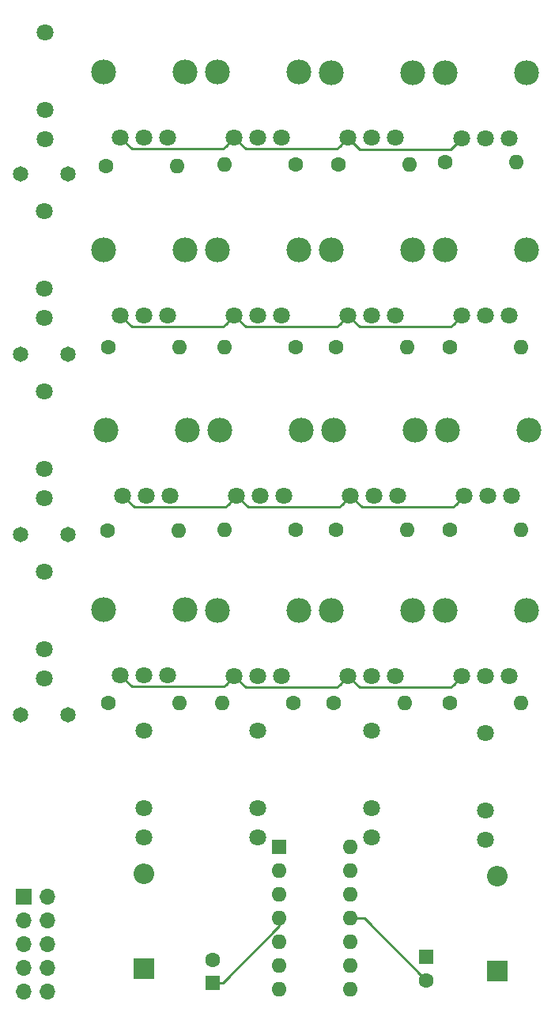
<source format=gbl>
G04 #@! TF.GenerationSoftware,KiCad,Pcbnew,(5.1.2-1)-1*
G04 #@! TF.CreationDate,2019-11-10T13:08:31+01:00*
G04 #@! TF.ProjectId,matrix-mixer,6d617472-6978-42d6-9d69-7865722e6b69,rev?*
G04 #@! TF.SameCoordinates,Original*
G04 #@! TF.FileFunction,Copper,L2,Bot*
G04 #@! TF.FilePolarity,Positive*
%FSLAX46Y46*%
G04 Gerber Fmt 4.6, Leading zero omitted, Abs format (unit mm)*
G04 Created by KiCad (PCBNEW (5.1.2-1)-1) date 2019-11-10 13:08:31*
%MOMM*%
%LPD*%
G04 APERTURE LIST*
%ADD10C,2.667000*%
%ADD11C,1.803400*%
%ADD12O,1.600000X1.600000*%
%ADD13C,1.600000*%
%ADD14C,1.651000*%
%ADD15C,1.800000*%
%ADD16R,1.600000X1.600000*%
%ADD17O,2.200000X2.200000*%
%ADD18R,2.200000X2.200000*%
%ADD19R,1.700000X1.700000*%
%ADD20O,1.700000X1.700000*%
%ADD21C,0.250000*%
G04 APERTURE END LIST*
D10*
X77038363Y-80519843D03*
X68249963Y-80519843D03*
D11*
X70104163Y-87530243D03*
X72644163Y-87530243D03*
X75184163Y-87530243D03*
X62992163Y-87530243D03*
X60452163Y-87530243D03*
X57912163Y-87530243D03*
D10*
X56057963Y-80519843D03*
X64846363Y-80519843D03*
D11*
X50800163Y-87530243D03*
X48260163Y-87530243D03*
X45720163Y-87530243D03*
D10*
X43865963Y-80519843D03*
X52654363Y-80519843D03*
X40462363Y-80443643D03*
X31673963Y-80443643D03*
D11*
X33528163Y-87454043D03*
X36068163Y-87454043D03*
X38608163Y-87454043D03*
D10*
X77292363Y-61215843D03*
X68503963Y-61215843D03*
D11*
X70358163Y-68226243D03*
X72898163Y-68226243D03*
X75438163Y-68226243D03*
X63246163Y-68226243D03*
X60706163Y-68226243D03*
X58166163Y-68226243D03*
D10*
X56311963Y-61215843D03*
X65100363Y-61215843D03*
D11*
X51054163Y-68226243D03*
X48514163Y-68226243D03*
X45974163Y-68226243D03*
D10*
X44119963Y-61215843D03*
X52908363Y-61215843D03*
X40716363Y-61215843D03*
X31927963Y-61215843D03*
D11*
X33782163Y-68226243D03*
X36322163Y-68226243D03*
X38862163Y-68226243D03*
D10*
X77038363Y-41911843D03*
X68249963Y-41911843D03*
D11*
X70104163Y-48922243D03*
X72644163Y-48922243D03*
X75184163Y-48922243D03*
X62992163Y-48922243D03*
X60452163Y-48922243D03*
X57912163Y-48922243D03*
D10*
X56057963Y-41911843D03*
X64846363Y-41911843D03*
X52654363Y-41911843D03*
X43865963Y-41911843D03*
D11*
X45720163Y-48922243D03*
X48260163Y-48922243D03*
X50800163Y-48922243D03*
X38608163Y-48922243D03*
X36068163Y-48922243D03*
X33528163Y-48922243D03*
D10*
X31673963Y-41911843D03*
X40462363Y-41911843D03*
D11*
X75184163Y-29934814D03*
X72644163Y-29934814D03*
X70104163Y-29934814D03*
D10*
X68249963Y-22924414D03*
X77038363Y-22924414D03*
X64846363Y-22903557D03*
X56057963Y-22903557D03*
D11*
X57912163Y-29913957D03*
X60452163Y-29913957D03*
X62992163Y-29913957D03*
D10*
X52654363Y-22861843D03*
X43865963Y-22861843D03*
D11*
X45720163Y-29872243D03*
X48260163Y-29872243D03*
X50800163Y-29872243D03*
X38608163Y-29872243D03*
X36068163Y-29872243D03*
X33528163Y-29872243D03*
D10*
X31673963Y-22861843D03*
X40462363Y-22861843D03*
D12*
X76454000Y-90424000D03*
D13*
X68834000Y-90424000D03*
X56388000Y-90424000D03*
D12*
X64008000Y-90424000D03*
X44450000Y-90424000D03*
D13*
X52070000Y-90424000D03*
X32258000Y-90424000D03*
D12*
X39878000Y-90424000D03*
X76454000Y-71882000D03*
D13*
X68834000Y-71882000D03*
X56642000Y-71882000D03*
D12*
X64262000Y-71882000D03*
D13*
X52324000Y-71882000D03*
D12*
X44704000Y-71882000D03*
D13*
X32143700Y-71958200D03*
D12*
X39763700Y-71958200D03*
D13*
X68834000Y-52324000D03*
D12*
X76454000Y-52324000D03*
X64262000Y-52324000D03*
D13*
X56642000Y-52324000D03*
X52324000Y-52324000D03*
D12*
X44704000Y-52324000D03*
X39878000Y-52324000D03*
D13*
X32258000Y-52324000D03*
X68326000Y-32512000D03*
D12*
X75946000Y-32512000D03*
X64516000Y-32769026D03*
D13*
X56896000Y-32769026D03*
X52324000Y-32766000D03*
D12*
X44704000Y-32766000D03*
D14*
X22860000Y-91694000D03*
X27940000Y-91694000D03*
X27940000Y-72390000D03*
X22860000Y-72390000D03*
X27940000Y-53086000D03*
X22860000Y-53086000D03*
X22860000Y-33782000D03*
X27940000Y-33782000D03*
D15*
X72644000Y-93632000D03*
X72644000Y-105032000D03*
X72644000Y-101932000D03*
X60452000Y-101678000D03*
X60452000Y-104778000D03*
X60452000Y-93378000D03*
X48260000Y-101678000D03*
X48260000Y-104778000D03*
X48260000Y-93378000D03*
X36068000Y-101678000D03*
X36068000Y-104778000D03*
X36068000Y-93378000D03*
X25400000Y-84660000D03*
X25400000Y-87760000D03*
X25400000Y-76360000D03*
X25400000Y-57056000D03*
X25400000Y-68456000D03*
X25400000Y-65356000D03*
X25400000Y-37752000D03*
X25400000Y-49152000D03*
X25400000Y-46052000D03*
X25474000Y-18640802D03*
X25474000Y-30040802D03*
X25474000Y-26940802D03*
D12*
X58166000Y-105868000D03*
X50546000Y-121108000D03*
X58166000Y-108408000D03*
X50546000Y-118568000D03*
X58166000Y-110948000D03*
X50546000Y-116028000D03*
X58166000Y-113488000D03*
X50546000Y-113488000D03*
X58166000Y-116028000D03*
X50546000Y-110948000D03*
X58166000Y-118568000D03*
X50546000Y-108408000D03*
X58166000Y-121108000D03*
D16*
X50546000Y-105868000D03*
D13*
X66294000Y-120102000D03*
D16*
X66294000Y-117602000D03*
X43434000Y-120396000D03*
D13*
X43434000Y-117896000D03*
D17*
X36068000Y-108712000D03*
D18*
X36068000Y-118872000D03*
D17*
X73914000Y-108966000D03*
D18*
X73914000Y-119126000D03*
D19*
X23190000Y-111170000D03*
D20*
X25730000Y-111170000D03*
X23190000Y-113710000D03*
X25730000Y-113710000D03*
X23190000Y-116250000D03*
X25730000Y-116250000D03*
X23190000Y-118790000D03*
X25730000Y-118790000D03*
X23190000Y-121330000D03*
X25730000Y-121330000D03*
D12*
X39624000Y-32897539D03*
D13*
X32004000Y-32897539D03*
D21*
X50546000Y-114334000D02*
X50546000Y-113488000D01*
X44484000Y-120396000D02*
X50546000Y-114334000D01*
X43434000Y-120396000D02*
X44484000Y-120396000D01*
X59680000Y-113488000D02*
X58166000Y-113488000D01*
X66294000Y-120102000D02*
X59680000Y-113488000D01*
X44818464Y-30773942D02*
X45720163Y-29872243D01*
X44493462Y-31098944D02*
X44818464Y-30773942D01*
X34754864Y-31098944D02*
X44493462Y-31098944D01*
X33528163Y-29872243D02*
X34754864Y-31098944D01*
X57010464Y-30815656D02*
X57912163Y-29913957D01*
X56727176Y-31098944D02*
X57010464Y-30815656D01*
X46946864Y-31098944D02*
X56727176Y-31098944D01*
X45720163Y-29872243D02*
X46946864Y-31098944D01*
X69202464Y-30836513D02*
X70104163Y-29934814D01*
X68898319Y-31140658D02*
X69202464Y-30836513D01*
X59138864Y-31140658D02*
X68898319Y-31140658D01*
X57912163Y-29913957D02*
X59138864Y-31140658D01*
X44493462Y-50148944D02*
X44818464Y-49823942D01*
X44818464Y-49823942D02*
X45720163Y-48922243D01*
X34754864Y-50148944D02*
X44493462Y-50148944D01*
X33528163Y-48922243D02*
X34754864Y-50148944D01*
X57010464Y-49823942D02*
X57912163Y-48922243D01*
X56685462Y-50148944D02*
X57010464Y-49823942D01*
X46946864Y-50148944D02*
X56685462Y-50148944D01*
X45720163Y-48922243D02*
X46946864Y-50148944D01*
X69202464Y-49823942D02*
X70104163Y-48922243D01*
X59138864Y-50148944D02*
X68877462Y-50148944D01*
X68877462Y-50148944D02*
X69202464Y-49823942D01*
X57912163Y-48922243D02*
X59138864Y-50148944D01*
X35008864Y-69452944D02*
X44747462Y-69452944D01*
X45072464Y-69127942D02*
X45974163Y-68226243D01*
X44747462Y-69452944D02*
X45072464Y-69127942D01*
X33782163Y-68226243D02*
X35008864Y-69452944D01*
X57264464Y-69127942D02*
X58166163Y-68226243D01*
X56939462Y-69452944D02*
X57264464Y-69127942D01*
X47200864Y-69452944D02*
X56939462Y-69452944D01*
X45974163Y-68226243D02*
X47200864Y-69452944D01*
X69456464Y-69127942D02*
X70358163Y-68226243D01*
X69131462Y-69452944D02*
X69456464Y-69127942D01*
X59392864Y-69452944D02*
X69131462Y-69452944D01*
X58166163Y-68226243D02*
X59392864Y-69452944D01*
X44818464Y-88431942D02*
X45720163Y-87530243D01*
X44569662Y-88680744D02*
X44818464Y-88431942D01*
X34754864Y-88680744D02*
X44569662Y-88680744D01*
X33528163Y-87454043D02*
X34754864Y-88680744D01*
X56685462Y-88756944D02*
X57010464Y-88431942D01*
X46946864Y-88756944D02*
X56685462Y-88756944D01*
X57010464Y-88431942D02*
X57912163Y-87530243D01*
X45720163Y-87530243D02*
X46946864Y-88756944D01*
X69202464Y-88431942D02*
X70104163Y-87530243D01*
X68877462Y-88756944D02*
X69202464Y-88431942D01*
X59138864Y-88756944D02*
X68877462Y-88756944D01*
X57912163Y-87530243D02*
X59138864Y-88756944D01*
M02*

</source>
